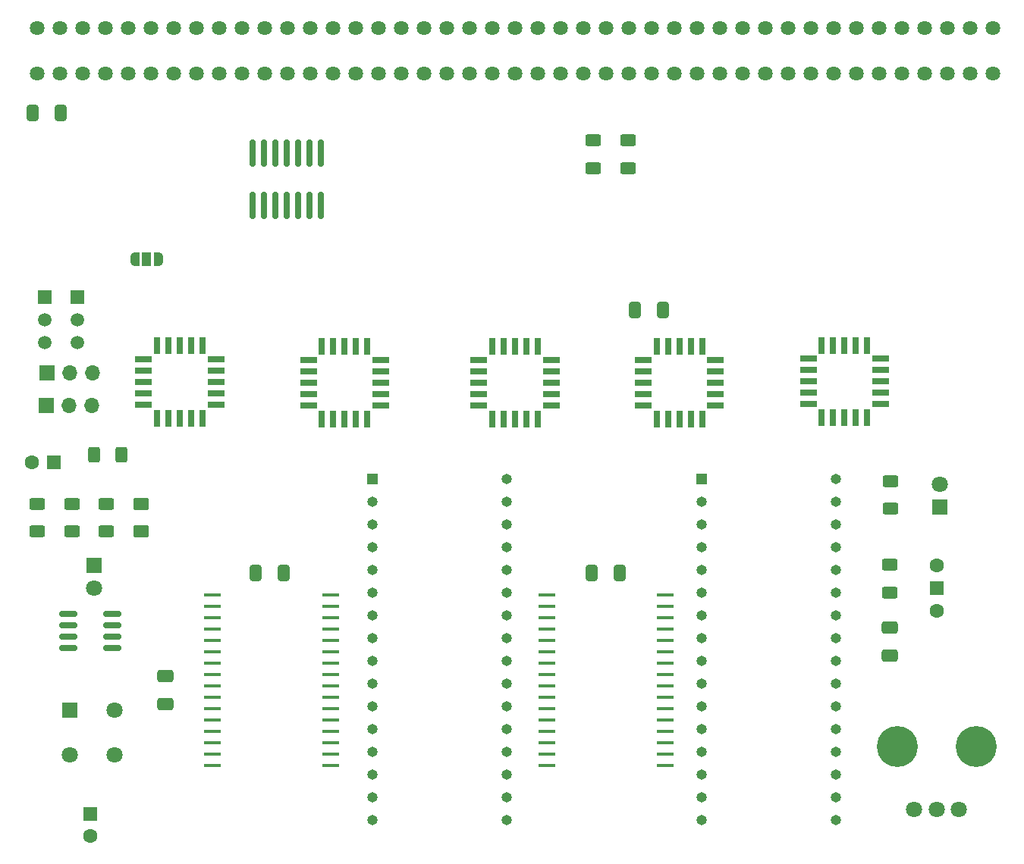
<source format=gbr>
%TF.GenerationSoftware,KiCad,Pcbnew,8.0.3*%
%TF.CreationDate,2025-02-20T16:42:35+01:00*%
%TF.ProjectId,DeMoN-Flash,44654d6f-4e2d-4466-9c61-73682e6b6963,rev?*%
%TF.SameCoordinates,Original*%
%TF.FileFunction,Soldermask,Top*%
%TF.FilePolarity,Negative*%
%FSLAX46Y46*%
G04 Gerber Fmt 4.6, Leading zero omitted, Abs format (unit mm)*
G04 Created by KiCad (PCBNEW 8.0.3) date 2025-02-20 16:42:35*
%MOMM*%
%LPD*%
G01*
G04 APERTURE LIST*
G04 Aperture macros list*
%AMRoundRect*
0 Rectangle with rounded corners*
0 $1 Rounding radius*
0 $2 $3 $4 $5 $6 $7 $8 $9 X,Y pos of 4 corners*
0 Add a 4 corners polygon primitive as box body*
4,1,4,$2,$3,$4,$5,$6,$7,$8,$9,$2,$3,0*
0 Add four circle primitives for the rounded corners*
1,1,$1+$1,$2,$3*
1,1,$1+$1,$4,$5*
1,1,$1+$1,$6,$7*
1,1,$1+$1,$8,$9*
0 Add four rect primitives between the rounded corners*
20,1,$1+$1,$2,$3,$4,$5,0*
20,1,$1+$1,$4,$5,$6,$7,0*
20,1,$1+$1,$6,$7,$8,$9,0*
20,1,$1+$1,$8,$9,$2,$3,0*%
%AMFreePoly0*
4,1,19,0.550000,-0.750000,0.000000,-0.750000,0.000000,-0.744911,-0.071157,-0.744911,-0.207708,-0.704816,-0.327430,-0.627875,-0.420627,-0.520320,-0.479746,-0.390866,-0.500000,-0.250000,-0.500000,0.250000,-0.479746,0.390866,-0.420627,0.520320,-0.327430,0.627875,-0.207708,0.704816,-0.071157,0.744911,0.000000,0.744911,0.000000,0.750000,0.550000,0.750000,0.550000,-0.750000,0.550000,-0.750000,
$1*%
%AMFreePoly1*
4,1,19,0.000000,0.744911,0.071157,0.744911,0.207708,0.704816,0.327430,0.627875,0.420627,0.520320,0.479746,0.390866,0.500000,0.250000,0.500000,-0.250000,0.479746,-0.390866,0.420627,-0.520320,0.327430,-0.627875,0.207708,-0.704816,0.071157,-0.744911,0.000000,-0.744911,0.000000,-0.750000,-0.550000,-0.750000,-0.550000,0.750000,0.000000,0.750000,0.000000,0.744911,0.000000,0.744911,
$1*%
G04 Aperture macros list end*
%ADD10RoundRect,0.250000X0.412500X0.650000X-0.412500X0.650000X-0.412500X-0.650000X0.412500X-0.650000X0*%
%ADD11R,1.500000X1.500000*%
%ADD12C,1.600000*%
%ADD13C,1.500000*%
%ADD14R,1.160000X1.160000*%
%ADD15O,1.160000X1.160000*%
%ADD16R,1.600000X1.600000*%
%ADD17R,1.800000X1.800000*%
%ADD18C,1.800000*%
%ADD19R,1.700000X1.700000*%
%ADD20O,1.700000X1.700000*%
%ADD21R,0.700000X1.925000*%
%ADD22R,1.925000X0.700000*%
%ADD23R,1.981000X0.457000*%
%ADD24RoundRect,0.250000X-0.625000X0.400000X-0.625000X-0.400000X0.625000X-0.400000X0.625000X0.400000X0*%
%ADD25RoundRect,0.250000X-0.650000X0.412500X-0.650000X-0.412500X0.650000X-0.412500X0.650000X0.412500X0*%
%ADD26C,1.635000*%
%ADD27RoundRect,0.150000X-0.150000X1.350000X-0.150000X-1.350000X0.150000X-1.350000X0.150000X1.350000X0*%
%ADD28C,4.575000*%
%ADD29RoundRect,0.150000X-0.825000X-0.150000X0.825000X-0.150000X0.825000X0.150000X-0.825000X0.150000X0*%
%ADD30FreePoly0,0.000000*%
%ADD31R,1.000000X1.500000*%
%ADD32FreePoly1,0.000000*%
%ADD33RoundRect,0.250001X0.624999X-0.462499X0.624999X0.462499X-0.624999X0.462499X-0.624999X-0.462499X0*%
%ADD34RoundRect,0.250000X-0.400000X-0.625000X0.400000X-0.625000X0.400000X0.625000X-0.400000X0.625000X0*%
G04 APERTURE END LIST*
D10*
%TO.C,C8*%
X115590900Y-100000000D03*
X112465900Y-100000000D03*
%TD*%
%TO.C,C7*%
X153100900Y-100000000D03*
X149975900Y-100000000D03*
%TD*%
D11*
%TO.C,SW2*%
X188500000Y-101690000D03*
D12*
X188500000Y-104230000D03*
X188500000Y-99150000D03*
%TD*%
D11*
%TO.C,Q2*%
X88900000Y-69200000D03*
D13*
X88900000Y-71740000D03*
X88900000Y-74280000D03*
%TD*%
D14*
%TO.C,U9*%
X162255000Y-89550000D03*
D15*
X162255000Y-92090000D03*
X162255000Y-94630000D03*
X162255000Y-97170000D03*
X162255000Y-99710000D03*
X162255000Y-102250000D03*
X162255000Y-104790000D03*
X162255000Y-107330000D03*
X162255000Y-109870000D03*
X162255000Y-112410000D03*
X162255000Y-114950000D03*
X162255000Y-117490000D03*
X162255000Y-120030000D03*
X162255000Y-122570000D03*
X162255000Y-125110000D03*
X162255000Y-127650000D03*
X177255000Y-127650000D03*
X177255000Y-125110000D03*
X177255000Y-122570000D03*
X177255000Y-120030000D03*
X177255000Y-117490000D03*
X177255000Y-114950000D03*
X177255000Y-112410000D03*
X177255000Y-109870000D03*
X177255000Y-107330000D03*
X177255000Y-104790000D03*
X177255000Y-102250000D03*
X177255000Y-99710000D03*
X177255000Y-97170000D03*
X177255000Y-94630000D03*
X177255000Y-92090000D03*
X177255000Y-89550000D03*
%TD*%
D16*
%TO.C,C1*%
X94000000Y-126944888D03*
D12*
X94000000Y-129444888D03*
%TD*%
D17*
%TO.C,D2*%
X94450000Y-99225000D03*
D18*
X94450000Y-101765000D03*
%TD*%
D14*
%TO.C,U7*%
X125505000Y-89550000D03*
D15*
X125505000Y-92090000D03*
X125505000Y-94630000D03*
X125505000Y-97170000D03*
X125505000Y-99710000D03*
X125505000Y-102250000D03*
X125505000Y-104790000D03*
X125505000Y-107330000D03*
X125505000Y-109870000D03*
X125505000Y-112410000D03*
X125505000Y-114950000D03*
X125505000Y-117490000D03*
X125505000Y-120030000D03*
X125505000Y-122570000D03*
X125505000Y-125110000D03*
X125505000Y-127650000D03*
X140505000Y-127650000D03*
X140505000Y-125110000D03*
X140505000Y-122570000D03*
X140505000Y-120030000D03*
X140505000Y-117490000D03*
X140505000Y-114950000D03*
X140505000Y-112410000D03*
X140505000Y-109870000D03*
X140505000Y-107330000D03*
X140505000Y-104790000D03*
X140505000Y-102250000D03*
X140505000Y-99710000D03*
X140505000Y-97170000D03*
X140505000Y-94630000D03*
X140505000Y-92090000D03*
X140505000Y-89550000D03*
%TD*%
D11*
%TO.C,Q1*%
X92600000Y-69200000D03*
D13*
X92600000Y-71740000D03*
X92600000Y-74280000D03*
%TD*%
D19*
%TO.C,JP1*%
X89128400Y-81342200D03*
D20*
X91668400Y-81342200D03*
X94208400Y-81342200D03*
%TD*%
D21*
%TO.C,U4*%
X122400000Y-74697500D03*
X121130000Y-74697500D03*
X119860000Y-74697500D03*
D22*
X118347500Y-76210000D03*
X118347500Y-77480000D03*
X118347500Y-78750000D03*
X118347500Y-80020000D03*
X118347500Y-81290000D03*
D21*
X119860000Y-82802500D03*
X121130000Y-82802500D03*
X122400000Y-82802500D03*
X123670000Y-82802500D03*
X124940000Y-82802500D03*
D22*
X126452500Y-81290000D03*
X126452500Y-80020000D03*
X126452500Y-78750000D03*
X126452500Y-77480000D03*
X126452500Y-76210000D03*
D21*
X124940000Y-74697500D03*
X123670000Y-74697500D03*
%TD*%
D17*
%TO.C,SW1*%
X91677500Y-115377500D03*
D18*
X96677500Y-115377500D03*
X91677500Y-120377500D03*
X96677500Y-120377500D03*
%TD*%
D23*
%TO.C,U8*%
X144944400Y-102475000D03*
X144944400Y-103745000D03*
X144944400Y-105015000D03*
X144944400Y-106285000D03*
X144944400Y-107555000D03*
X144944400Y-108825000D03*
X144944400Y-110095000D03*
X144944400Y-111365000D03*
X144944400Y-112635000D03*
X144944400Y-113905000D03*
X144944400Y-115175000D03*
X144944400Y-116445000D03*
X144944400Y-117715000D03*
X144944400Y-118985000D03*
X144944400Y-120255000D03*
X144944400Y-121525000D03*
X158172400Y-121525000D03*
X158172400Y-120255000D03*
X158172400Y-118985000D03*
X158172400Y-117715000D03*
X158172400Y-116445000D03*
X158172400Y-115175000D03*
X158172400Y-113905000D03*
X158172400Y-112635000D03*
X158172400Y-111365000D03*
X158172400Y-110095000D03*
X158172400Y-108825000D03*
X158172400Y-107555000D03*
X158172400Y-106285000D03*
X158172400Y-105015000D03*
X158172400Y-103745000D03*
X158172400Y-102475000D03*
%TD*%
D24*
%TO.C,R3*%
X183300000Y-89750000D03*
X183300000Y-92850000D03*
%TD*%
D25*
%TO.C,C2*%
X102400000Y-111587500D03*
X102400000Y-114712500D03*
%TD*%
D26*
%TO.C,CN1*%
X88060000Y-44200000D03*
X88060000Y-39120000D03*
X90600000Y-44200000D03*
X90600000Y-39120000D03*
X93140000Y-44200000D03*
X93140000Y-39120000D03*
X95680000Y-44200000D03*
X95680000Y-39120000D03*
X98220000Y-44200000D03*
X98220000Y-39120000D03*
X100760000Y-44200000D03*
X100760000Y-39120000D03*
X103300000Y-44200000D03*
X103300000Y-39120000D03*
X105840000Y-44200000D03*
X105840000Y-39120000D03*
X108380000Y-44200000D03*
X108380000Y-39120000D03*
X110920000Y-44200000D03*
X110920000Y-39120000D03*
X113460000Y-44200000D03*
X113460000Y-39120000D03*
X116000000Y-44200000D03*
X116000000Y-39120000D03*
X118540000Y-44200000D03*
X118540000Y-39120000D03*
X121080000Y-44200000D03*
X121080000Y-39120000D03*
X123620000Y-44200000D03*
X123620000Y-39120000D03*
X126160000Y-44200000D03*
X126160000Y-39120000D03*
X128700000Y-44200000D03*
X128700000Y-39120000D03*
X131240000Y-44200000D03*
X131240000Y-39120000D03*
X133780000Y-44200000D03*
X133780000Y-39120000D03*
X136320000Y-44200000D03*
X136320000Y-39120000D03*
X138860000Y-44200000D03*
X138860000Y-39120000D03*
X141400000Y-44200000D03*
X141400000Y-39120000D03*
X143940000Y-44200000D03*
X143940000Y-39120000D03*
X146480000Y-44200000D03*
X146480000Y-39120000D03*
X149020000Y-44200000D03*
X149020000Y-39120000D03*
X151560000Y-44200000D03*
X151560000Y-39120000D03*
X154100000Y-44200000D03*
X154100000Y-39120000D03*
X156640000Y-44200000D03*
X156640000Y-39120000D03*
X159180000Y-44200000D03*
X159180000Y-39120000D03*
X161720000Y-44200000D03*
X161720000Y-39120000D03*
X164260000Y-44200000D03*
X164260000Y-39120000D03*
X166800000Y-44200000D03*
X166800000Y-39120000D03*
X169340000Y-44200000D03*
X169340000Y-39120000D03*
X171880000Y-44200000D03*
X171880000Y-39120000D03*
X174420000Y-44200000D03*
X174420000Y-39120000D03*
X176960000Y-44200000D03*
X176960000Y-39120000D03*
X179500000Y-44200000D03*
X179500000Y-39120000D03*
X182040000Y-44200000D03*
X182040000Y-39120000D03*
X184580000Y-44200000D03*
X184580000Y-39120000D03*
X187120000Y-44200000D03*
X187120000Y-39120000D03*
X189660000Y-44200000D03*
X189660000Y-39120000D03*
X192200000Y-44200000D03*
X192200000Y-39120000D03*
X194740000Y-44200000D03*
X194740000Y-39120000D03*
%TD*%
D24*
%TO.C,R1*%
X154050000Y-51700000D03*
X154050000Y-54800000D03*
%TD*%
D10*
%TO.C,C4*%
X157912500Y-70650000D03*
X154787500Y-70650000D03*
%TD*%
D24*
%TO.C,R6*%
X91950000Y-92300000D03*
X91950000Y-95400000D03*
%TD*%
D16*
%TO.C,C6*%
X89950000Y-87650000D03*
D12*
X87450000Y-87650000D03*
%TD*%
D21*
%TO.C,U3*%
X141400000Y-74697500D03*
X140130000Y-74697500D03*
X138860000Y-74697500D03*
D22*
X137347500Y-76210000D03*
X137347500Y-77480000D03*
X137347500Y-78750000D03*
X137347500Y-80020000D03*
X137347500Y-81290000D03*
D21*
X138860000Y-82802500D03*
X140130000Y-82802500D03*
X141400000Y-82802500D03*
X142670000Y-82802500D03*
X143940000Y-82802500D03*
D22*
X145452500Y-81290000D03*
X145452500Y-80020000D03*
X145452500Y-78750000D03*
X145452500Y-77480000D03*
X145452500Y-76210000D03*
D21*
X143940000Y-74697500D03*
X142670000Y-74697500D03*
%TD*%
D23*
%TO.C,U10*%
X107594400Y-102475000D03*
X107594400Y-103745000D03*
X107594400Y-105015000D03*
X107594400Y-106285000D03*
X107594400Y-107555000D03*
X107594400Y-108825000D03*
X107594400Y-110095000D03*
X107594400Y-111365000D03*
X107594400Y-112635000D03*
X107594400Y-113905000D03*
X107594400Y-115175000D03*
X107594400Y-116445000D03*
X107594400Y-117715000D03*
X107594400Y-118985000D03*
X107594400Y-120255000D03*
X107594400Y-121525000D03*
X120822400Y-121525000D03*
X120822400Y-120255000D03*
X120822400Y-118985000D03*
X120822400Y-117715000D03*
X120822400Y-116445000D03*
X120822400Y-115175000D03*
X120822400Y-113905000D03*
X120822400Y-112635000D03*
X120822400Y-111365000D03*
X120822400Y-110095000D03*
X120822400Y-108825000D03*
X120822400Y-107555000D03*
X120822400Y-106285000D03*
X120822400Y-105015000D03*
X120822400Y-103745000D03*
X120822400Y-102475000D03*
%TD*%
D17*
%TO.C,D1*%
X188850000Y-92700000D03*
D18*
X188850000Y-90160000D03*
%TD*%
D21*
%TO.C,U1*%
X178200000Y-74597500D03*
X176930000Y-74597500D03*
X175660000Y-74597500D03*
D22*
X174147500Y-76110000D03*
X174147500Y-77380000D03*
X174147500Y-78650000D03*
X174147500Y-79920000D03*
X174147500Y-81190000D03*
D21*
X175660000Y-82702500D03*
X176930000Y-82702500D03*
X178200000Y-82702500D03*
X179470000Y-82702500D03*
X180740000Y-82702500D03*
D22*
X182252500Y-81190000D03*
X182252500Y-79920000D03*
X182252500Y-78650000D03*
X182252500Y-77380000D03*
X182252500Y-76110000D03*
D21*
X180740000Y-74597500D03*
X179470000Y-74597500D03*
%TD*%
D19*
%TO.C,JP2*%
X89168400Y-77692200D03*
D20*
X91708400Y-77692200D03*
X94248400Y-77692200D03*
%TD*%
D21*
%TO.C,U5*%
X104000000Y-74647500D03*
X102730000Y-74647500D03*
X101460000Y-74647500D03*
D22*
X99947500Y-76160000D03*
X99947500Y-77430000D03*
X99947500Y-78700000D03*
X99947500Y-79970000D03*
X99947500Y-81240000D03*
D21*
X101460000Y-82752500D03*
X102730000Y-82752500D03*
X104000000Y-82752500D03*
X105270000Y-82752500D03*
X106540000Y-82752500D03*
D22*
X108052500Y-81240000D03*
X108052500Y-79970000D03*
X108052500Y-78700000D03*
X108052500Y-77430000D03*
X108052500Y-76160000D03*
D21*
X106540000Y-74647500D03*
X105270000Y-74647500D03*
%TD*%
D25*
%TO.C,C3*%
X183200000Y-106137500D03*
X183200000Y-109262500D03*
%TD*%
D27*
%TO.C,U6*%
X119760000Y-53100000D03*
X118490000Y-53100000D03*
X117220000Y-53100000D03*
X115950000Y-53100000D03*
X114680000Y-53100000D03*
X113410000Y-53100000D03*
X112140000Y-53100000D03*
X112140000Y-59000000D03*
X113410000Y-59000000D03*
X114680000Y-59000000D03*
X115950000Y-59000000D03*
X117220000Y-59000000D03*
X118490000Y-59000000D03*
X119760000Y-59000000D03*
%TD*%
D18*
%TO.C,VR1*%
X185958400Y-126442200D03*
X188458400Y-126442200D03*
X190958400Y-126442200D03*
D28*
X184058400Y-119442200D03*
X192858400Y-119442200D03*
%TD*%
D29*
%TO.C,U11*%
X91525000Y-104645000D03*
X91525000Y-105915000D03*
X91525000Y-107185000D03*
X91525000Y-108455000D03*
X96475000Y-108455000D03*
X96475000Y-107185000D03*
X96475000Y-105915000D03*
X96475000Y-104645000D03*
%TD*%
D24*
%TO.C,R7*%
X88100000Y-92300000D03*
X88100000Y-95400000D03*
%TD*%
D30*
%TO.C,JP3*%
X98983400Y-65017200D03*
D31*
X100283400Y-65017200D03*
D32*
X101583400Y-65017200D03*
%TD*%
D33*
%TO.C,D3*%
X99700000Y-95337500D03*
X99700000Y-92362500D03*
%TD*%
D24*
%TO.C,R4*%
X183200000Y-99100000D03*
X183200000Y-102200000D03*
%TD*%
%TO.C,R2*%
X150150000Y-51700000D03*
X150150000Y-54800000D03*
%TD*%
D34*
%TO.C,R8*%
X94383400Y-86817200D03*
X97483400Y-86817200D03*
%TD*%
D21*
%TO.C,U2*%
X159750000Y-74697500D03*
X158480000Y-74697500D03*
X157210000Y-74697500D03*
D22*
X155697500Y-76210000D03*
X155697500Y-77480000D03*
X155697500Y-78750000D03*
X155697500Y-80020000D03*
X155697500Y-81290000D03*
D21*
X157210000Y-82802500D03*
X158480000Y-82802500D03*
X159750000Y-82802500D03*
X161020000Y-82802500D03*
X162290000Y-82802500D03*
D22*
X163802500Y-81290000D03*
X163802500Y-80020000D03*
X163802500Y-78750000D03*
X163802500Y-77480000D03*
X163802500Y-76210000D03*
D21*
X162290000Y-74697500D03*
X161020000Y-74697500D03*
%TD*%
D10*
%TO.C,C5*%
X90712500Y-48600000D03*
X87587500Y-48600000D03*
%TD*%
D24*
%TO.C,R5*%
X95750000Y-92300000D03*
X95750000Y-95400000D03*
%TD*%
M02*

</source>
